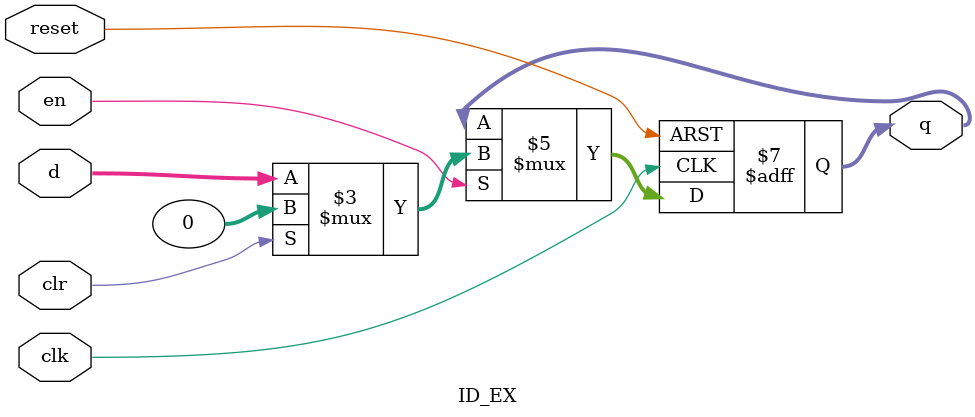
<source format=v>
module ID_EX #(parameter W = 32) (
    input clk,
    input reset,
    input en,
    input clr,
    input [W-1:0] d,
    output reg [W-1:0] q
);

    always @(posedge clk or posedge reset) begin
        if (reset) begin
          q <= {W{1'b0}};
        end else if (en) begin
          if (clr) q <= {W{1'b0}};
          else     q <= d;
        end
    end
endmodule

</source>
